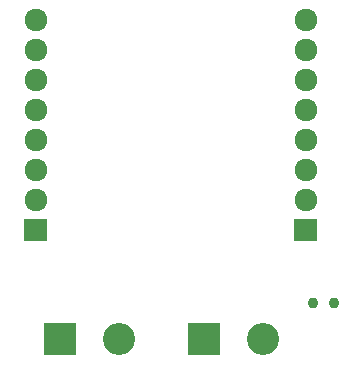
<source format=gbr>
%TF.GenerationSoftware,KiCad,Pcbnew,(5.1.9)-1*%
%TF.CreationDate,2021-04-28T15:15:37+02:00*%
%TF.ProjectId,OpenThermMonitorTwomes,4f70656e-5468-4657-926d-4d6f6e69746f,rev?*%
%TF.SameCoordinates,Original*%
%TF.FileFunction,Soldermask,Bot*%
%TF.FilePolarity,Negative*%
%FSLAX46Y46*%
G04 Gerber Fmt 4.6, Leading zero omitted, Abs format (unit mm)*
G04 Created by KiCad (PCBNEW (5.1.9)-1) date 2021-04-28 15:15:37*
%MOMM*%
%LPD*%
G01*
G04 APERTURE LIST*
%ADD10C,0.920000*%
%ADD11C,2.720000*%
%ADD12O,1.920000X1.920000*%
G04 APERTURE END LIST*
D10*
%TO.C,SW1*%
X152766600Y-109728000D03*
X150966600Y-109728000D03*
%TD*%
%TO.C,J2*%
G36*
G01*
X140372000Y-114076000D02*
X140372000Y-111476000D01*
G75*
G02*
X140432000Y-111416000I60000J0D01*
G01*
X143032000Y-111416000D01*
G75*
G02*
X143092000Y-111476000I0J-60000D01*
G01*
X143092000Y-114076000D01*
G75*
G02*
X143032000Y-114136000I-60000J0D01*
G01*
X140432000Y-114136000D01*
G75*
G02*
X140372000Y-114076000I0J60000D01*
G01*
G37*
D11*
X146732000Y-112776000D03*
%TD*%
%TO.C,J1*%
X134540000Y-112776000D03*
G36*
G01*
X128180000Y-114076000D02*
X128180000Y-111476000D01*
G75*
G02*
X128240000Y-111416000I60000J0D01*
G01*
X130840000Y-111416000D01*
G75*
G02*
X130900000Y-111476000I0J-60000D01*
G01*
X130900000Y-114076000D01*
G75*
G02*
X130840000Y-114136000I-60000J0D01*
G01*
X128240000Y-114136000D01*
G75*
G02*
X128180000Y-114076000I0J60000D01*
G01*
G37*
%TD*%
%TO.C,P2*%
G36*
G01*
X128450000Y-102669000D02*
X128450000Y-104469000D01*
G75*
G02*
X128390000Y-104529000I-60000J0D01*
G01*
X126590000Y-104529000D01*
G75*
G02*
X126530000Y-104469000I0J60000D01*
G01*
X126530000Y-102669000D01*
G75*
G02*
X126590000Y-102609000I60000J0D01*
G01*
X128390000Y-102609000D01*
G75*
G02*
X128450000Y-102669000I0J-60000D01*
G01*
G37*
D12*
X127490000Y-101029000D03*
X127490000Y-98489000D03*
X127490000Y-95949000D03*
X127490000Y-93409000D03*
X127490000Y-90869000D03*
X127490000Y-88329000D03*
X127490000Y-85789000D03*
%TD*%
%TO.C,P1*%
G36*
G01*
X151310000Y-102669000D02*
X151310000Y-104469000D01*
G75*
G02*
X151250000Y-104529000I-60000J0D01*
G01*
X149450000Y-104529000D01*
G75*
G02*
X149390000Y-104469000I0J60000D01*
G01*
X149390000Y-102669000D01*
G75*
G02*
X149450000Y-102609000I60000J0D01*
G01*
X151250000Y-102609000D01*
G75*
G02*
X151310000Y-102669000I0J-60000D01*
G01*
G37*
X150350000Y-101029000D03*
X150350000Y-98489000D03*
X150350000Y-95949000D03*
X150350000Y-93409000D03*
X150350000Y-90869000D03*
X150350000Y-88329000D03*
X150350000Y-85789000D03*
%TD*%
M02*

</source>
